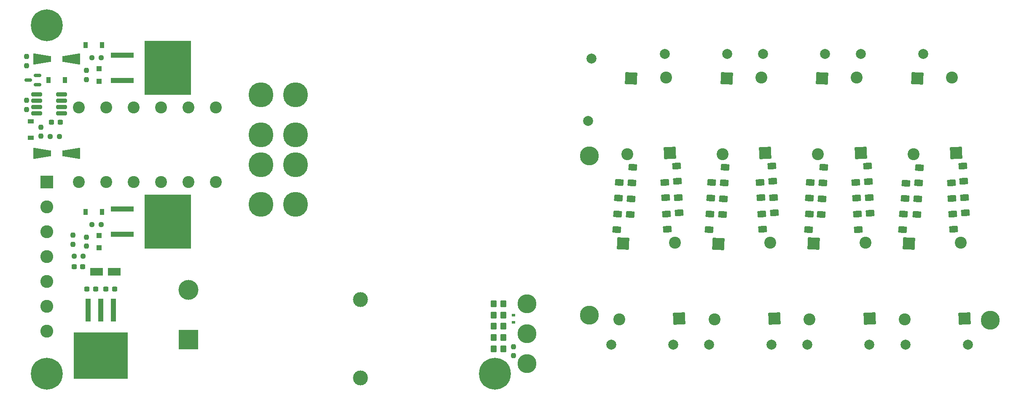
<source format=gts>
G04 #@! TF.GenerationSoftware,KiCad,Pcbnew,6.0.2+dfsg-1*
G04 #@! TF.CreationDate,2024-12-12T20:43:20+00:00*
G04 #@! TF.ProjectId,HV_PSU,48565f50-5355-42e6-9b69-6361645f7063,rev?*
G04 #@! TF.SameCoordinates,Original*
G04 #@! TF.FileFunction,Soldermask,Top*
G04 #@! TF.FilePolarity,Negative*
%FSLAX46Y46*%
G04 Gerber Fmt 4.6, Leading zero omitted, Abs format (unit mm)*
G04 Created by KiCad (PCBNEW 6.0.2+dfsg-1) date 2024-12-12 20:43:20*
%MOMM*%
%LPD*%
G01*
G04 APERTURE LIST*
G04 Aperture macros list*
%AMRoundRect*
0 Rectangle with rounded corners*
0 $1 Rounding radius*
0 $2 $3 $4 $5 $6 $7 $8 $9 X,Y pos of 4 corners*
0 Add a 4 corners polygon primitive as box body*
4,1,4,$2,$3,$4,$5,$6,$7,$8,$9,$2,$3,0*
0 Add four circle primitives for the rounded corners*
1,1,$1+$1,$2,$3*
1,1,$1+$1,$4,$5*
1,1,$1+$1,$6,$7*
1,1,$1+$1,$8,$9*
0 Add four rect primitives between the rounded corners*
20,1,$1+$1,$2,$3,$4,$5,0*
20,1,$1+$1,$4,$5,$6,$7,0*
20,1,$1+$1,$6,$7,$8,$9,0*
20,1,$1+$1,$8,$9,$2,$3,0*%
%AMHorizOval*
0 Thick line with rounded ends*
0 $1 width*
0 $2 $3 position (X,Y) of the first rounded end (center of the circle)*
0 $4 $5 position (X,Y) of the second rounded end (center of the circle)*
0 Add line between two ends*
20,1,$1,$2,$3,$4,$5,0*
0 Add two circle primitives to create the rounded ends*
1,1,$1,$2,$3*
1,1,$1,$4,$5*%
%AMRotRect*
0 Rectangle, with rotation*
0 The origin of the aperture is its center*
0 $1 length*
0 $2 width*
0 $3 Rotation angle, in degrees counterclockwise*
0 Add horizontal line*
21,1,$1,$2,0,0,$3*%
%AMOutline4P*
0 Free polygon, 4 corners , with rotation*
0 The origin of the aperture is its center*
0 number of corners: always 4*
0 $1 to $8 corner X, Y*
0 $9 Rotation angle, in degrees counterclockwise*
0 create outline with 4 corners*
4,1,4,$1,$2,$3,$4,$5,$6,$7,$8,$1,$2,$9*%
G04 Aperture macros list end*
%ADD10RotRect,2.400000X2.400000X267.000000*%
%ADD11HorizOval,2.400000X0.000000X0.000000X0.000000X0.000000X0*%
%ADD12C,2.000000*%
%ADD13RoundRect,0.237500X0.300000X0.237500X-0.300000X0.237500X-0.300000X-0.237500X0.300000X-0.237500X0*%
%ADD14R,1.100000X4.600000*%
%ADD15R,10.800000X9.400000*%
%ADD16C,0.800000*%
%ADD17C,6.400000*%
%ADD18R,0.700000X0.600000*%
%ADD19Outline4P,-1.800000X-1.150000X1.800000X-0.550000X1.800000X0.550000X-1.800000X1.150000X180.000000*%
%ADD20Outline4P,-1.800000X-1.150000X1.800000X-0.550000X1.800000X0.550000X-1.800000X1.150000X0.000000*%
%ADD21R,4.600000X1.100000*%
%ADD22R,9.400000X10.800000*%
%ADD23C,5.000000*%
%ADD24C,2.400000*%
%ADD25RoundRect,0.250000X0.645078X-0.366742X0.603209X0.432162X-0.645078X0.366742X-0.603209X-0.432162X0*%
%ADD26C,3.800000*%
%ADD27RoundRect,0.250000X0.350000X0.450000X-0.350000X0.450000X-0.350000X-0.450000X0.350000X-0.450000X0*%
%ADD28RoundRect,0.250000X0.603209X-0.432162X0.645078X0.366742X-0.603209X0.432162X-0.645078X-0.366742X0*%
%ADD29R,0.900000X1.200000*%
%ADD30RoundRect,0.237500X0.250000X0.237500X-0.250000X0.237500X-0.250000X-0.237500X0.250000X-0.237500X0*%
%ADD31RoundRect,0.150000X0.587500X0.150000X-0.587500X0.150000X-0.587500X-0.150000X0.587500X-0.150000X0*%
%ADD32RoundRect,0.237500X-0.300000X-0.237500X0.300000X-0.237500X0.300000X0.237500X-0.300000X0.237500X0*%
%ADD33RoundRect,0.250000X-1.050000X-0.550000X1.050000X-0.550000X1.050000X0.550000X-1.050000X0.550000X0*%
%ADD34RotRect,2.400000X2.400000X93.000000*%
%ADD35HorizOval,2.400000X0.000000X0.000000X0.000000X0.000000X0*%
%ADD36RoundRect,0.237500X-0.237500X0.250000X-0.237500X-0.250000X0.237500X-0.250000X0.237500X0.250000X0*%
%ADD37RoundRect,0.237500X-0.250000X-0.237500X0.250000X-0.237500X0.250000X0.237500X-0.250000X0.237500X0*%
%ADD38R,4.000000X4.000000*%
%ADD39C,4.000000*%
%ADD40RoundRect,0.177000X-0.910000X-0.225000X0.910000X-0.225000X0.910000X0.225000X-0.910000X0.225000X0*%
%ADD41C,3.000000*%
%ADD42RoundRect,0.237500X0.237500X-0.250000X0.237500X0.250000X-0.237500X0.250000X-0.237500X-0.250000X0*%
%ADD43R,1.200000X0.900000*%
%ADD44R,1.000000X1.000000*%
%ADD45R,2.600000X2.600000*%
%ADD46C,2.600000*%
G04 APERTURE END LIST*
D10*
X234276243Y-127139968D03*
D11*
X233478643Y-142359082D03*
D12*
X204404466Y-89051376D03*
X216904466Y-89051376D03*
D13*
X87512500Y-131750000D03*
X85787500Y-131750000D03*
D14*
X93630000Y-140460000D03*
X91090000Y-140460000D03*
D15*
X91090000Y-149610000D03*
D14*
X88550000Y-140460000D03*
D16*
X77850000Y-153250000D03*
X82650000Y-153250000D03*
X78552944Y-151552944D03*
D17*
X80250000Y-153250000D03*
D16*
X80250000Y-155650000D03*
X80250000Y-150850000D03*
X81947056Y-151552944D03*
X78552944Y-154947056D03*
X81947056Y-154947056D03*
D18*
X174000000Y-141550000D03*
X174000000Y-142950000D03*
D19*
X85150000Y-109000000D03*
D20*
X79350000Y-109000000D03*
D21*
X95420000Y-120210000D03*
D22*
X104570000Y-122750000D03*
D21*
X95420000Y-125290000D03*
D23*
X130250000Y-97250000D03*
X123250000Y-97250000D03*
X130250000Y-105250000D03*
X123250000Y-105250000D03*
X123250000Y-111250000D03*
X130250000Y-111250000D03*
X123250000Y-119250000D03*
X130250000Y-119250000D03*
D24*
X92250000Y-99750000D03*
X92250000Y-114750000D03*
D25*
X226432884Y-120956408D03*
X226270642Y-117860656D03*
D26*
X176750000Y-145250000D03*
D27*
X172000000Y-148250000D03*
X170000000Y-148250000D03*
D12*
X243774466Y-89051376D03*
X256274466Y-89051376D03*
D13*
X93892500Y-136285000D03*
X92167500Y-136285000D03*
D28*
X216025788Y-121256563D03*
X216188030Y-118160811D03*
D27*
X172000000Y-141500000D03*
X170000000Y-141500000D03*
D29*
X88100000Y-87250000D03*
X91400000Y-87250000D03*
D30*
X91162500Y-89750000D03*
X89337500Y-89750000D03*
D28*
X197483420Y-121270630D03*
X197645662Y-118174878D03*
D25*
X226100551Y-114615111D03*
X225938309Y-111519359D03*
D27*
X172000000Y-146000000D03*
X170000000Y-146000000D03*
D16*
X168552944Y-154947056D03*
X167850000Y-153250000D03*
X171947056Y-151552944D03*
X168552944Y-151552944D03*
X170250000Y-155650000D03*
X172650000Y-153250000D03*
X170250000Y-150850000D03*
D17*
X170250000Y-153250000D03*
D16*
X171947056Y-154947056D03*
D26*
X176750000Y-151250000D03*
D31*
X78387500Y-95200000D03*
X78387500Y-93300000D03*
X76512500Y-94250000D03*
D25*
X224062532Y-124259990D03*
X223900290Y-121164238D03*
D32*
X81237500Y-102735000D03*
X82962500Y-102735000D03*
D28*
X252637333Y-118097197D03*
X252799575Y-115001445D03*
D25*
X204553236Y-117920117D03*
X204390994Y-114824365D03*
D33*
X90250000Y-132750000D03*
X93850000Y-132750000D03*
D26*
X189250000Y-109471376D03*
D34*
X224568065Y-108946546D03*
D35*
X223770465Y-93727432D03*
D12*
X232979466Y-147471376D03*
X245479466Y-147471376D03*
D34*
X245504570Y-142172571D03*
D35*
X244706970Y-126953457D03*
D34*
X207259356Y-142169723D03*
D35*
X206461756Y-126950609D03*
D36*
X85550000Y-125437500D03*
X85550000Y-127262500D03*
D37*
X89337500Y-123290000D03*
X91162500Y-123290000D03*
D12*
X193609466Y-147471376D03*
X206109466Y-147471376D03*
D38*
X108750000Y-146407832D03*
D39*
X108750000Y-136407832D03*
D10*
X235963316Y-93908720D03*
D11*
X235165716Y-109127834D03*
D24*
X103250000Y-99750000D03*
X103250000Y-114750000D03*
D10*
X215153096Y-127161983D03*
D11*
X214355496Y-142381097D03*
D37*
X80987500Y-105650000D03*
X82812500Y-105650000D03*
D28*
X216358121Y-114915265D03*
X216520363Y-111819513D03*
D25*
X262416458Y-124257142D03*
X262254216Y-121161390D03*
D28*
X235837420Y-121270630D03*
X235999662Y-118174878D03*
D34*
X262885756Y-108945596D03*
D35*
X262088156Y-93726482D03*
D40*
X78280000Y-97160000D03*
X78280000Y-98430000D03*
X78280000Y-99700000D03*
X78280000Y-100970000D03*
X83220000Y-100970000D03*
X83220000Y-99700000D03*
X83220000Y-98430000D03*
X83220000Y-97160000D03*
D34*
X205409221Y-108947021D03*
D35*
X204611621Y-93727907D03*
D34*
X226381963Y-142171147D03*
D35*
X225584363Y-126952033D03*
D21*
X95390000Y-89290000D03*
D22*
X104540000Y-91830000D03*
D21*
X95390000Y-94370000D03*
D12*
X213294466Y-147471376D03*
X225794466Y-147471376D03*
D28*
X197815753Y-114929333D03*
X197977995Y-111833581D03*
D36*
X79100000Y-103737500D03*
X79100000Y-105562500D03*
D25*
X245611208Y-120980948D03*
X245448966Y-117885196D03*
X264786810Y-120953560D03*
X264624568Y-117857808D03*
D24*
X114250000Y-99750000D03*
X114250000Y-114750000D03*
D41*
X143250000Y-154150000D03*
X143250000Y-138350000D03*
D28*
X194780734Y-124308346D03*
X194942976Y-121212594D03*
D36*
X88250000Y-92337500D03*
X88250000Y-94162500D03*
X76250000Y-98337500D03*
X76250000Y-100162500D03*
D28*
X213655436Y-117952981D03*
X213817678Y-114857229D03*
D10*
X253398800Y-127140443D03*
D11*
X252601200Y-142359557D03*
D30*
X87562500Y-129650000D03*
X85737500Y-129650000D03*
D28*
X233261560Y-124314992D03*
X233423802Y-121219240D03*
D34*
X243726909Y-108946071D03*
D35*
X242929309Y-93726957D03*
D10*
X255122110Y-93911094D03*
D11*
X254324510Y-109130208D03*
D27*
X172000000Y-139250000D03*
X170000000Y-139250000D03*
D42*
X76250000Y-91362500D03*
X76250000Y-89537500D03*
D25*
X245278875Y-114639651D03*
X245116633Y-111543899D03*
D28*
X236169753Y-114929333D03*
X236331995Y-111833581D03*
D34*
X264627183Y-142173995D03*
D35*
X263829583Y-126954881D03*
D28*
X252184821Y-124305022D03*
X252347063Y-121209270D03*
D25*
X206923588Y-114616535D03*
X206761346Y-111520783D03*
X204885569Y-124261415D03*
X204723327Y-121165663D03*
D12*
X224089466Y-89051376D03*
X236589466Y-89051376D03*
D36*
X174000000Y-147837500D03*
X174000000Y-149662500D03*
D25*
X264454477Y-114612262D03*
X264292235Y-111516510D03*
X207255922Y-120957832D03*
X207093680Y-117862080D03*
X262090771Y-118042670D03*
X261928529Y-114946918D03*
D12*
X188979466Y-102471376D03*
X189633665Y-89988507D03*
D10*
X197645554Y-93910619D03*
D11*
X196847954Y-109129733D03*
D26*
X269750000Y-142500000D03*
D27*
X172000000Y-143750000D03*
X170000000Y-143750000D03*
D43*
X77050000Y-102600000D03*
X77050000Y-105900000D03*
D12*
X252764466Y-147471376D03*
X265264466Y-147471376D03*
D25*
X243240856Y-124284530D03*
X243078614Y-121188778D03*
D26*
X189250000Y-141471376D03*
D28*
X255346666Y-114932656D03*
X255508908Y-111836904D03*
D25*
X242908522Y-117943233D03*
X242746280Y-114847481D03*
D42*
X88250000Y-127662500D03*
X88250000Y-125837500D03*
D26*
X176750000Y-139250000D03*
D10*
X216803933Y-93928836D03*
D11*
X216006333Y-109147950D03*
D28*
X233467067Y-117967048D03*
X233629309Y-114871296D03*
D32*
X88357500Y-136285000D03*
X90082500Y-136285000D03*
D29*
X80600000Y-94250000D03*
X83900000Y-94250000D03*
D44*
X90750000Y-125500000D03*
X90750000Y-128000000D03*
D28*
X213323102Y-124294278D03*
X213485344Y-121198526D03*
D19*
X85150000Y-90000000D03*
D20*
X79350000Y-90000000D03*
D28*
X195113067Y-117967048D03*
X195275309Y-114871296D03*
D10*
X196030954Y-127145665D03*
D11*
X195233354Y-142364779D03*
D44*
X90750000Y-92000000D03*
X90750000Y-94500000D03*
D29*
X88100000Y-120750000D03*
X91400000Y-120750000D03*
D16*
X81947056Y-81552944D03*
D17*
X80250000Y-83250000D03*
D16*
X81947056Y-84947056D03*
X78552944Y-81552944D03*
X80250000Y-85650000D03*
X80250000Y-80850000D03*
X77850000Y-83250000D03*
X82650000Y-83250000D03*
X78552944Y-84947056D03*
D45*
X80250000Y-114750000D03*
D46*
X80250000Y-119750000D03*
X80250000Y-124750000D03*
X80250000Y-129750000D03*
X80250000Y-134750000D03*
X80250000Y-139750000D03*
X80250000Y-144750000D03*
D25*
X223730199Y-117918693D03*
X223567957Y-114822941D03*
D28*
X255014332Y-121273953D03*
X255176574Y-118178201D03*
D24*
X108750000Y-99750000D03*
X108750000Y-114750000D03*
X86750000Y-99750000D03*
X86750000Y-114750000D03*
X97750000Y-99750000D03*
X97750000Y-114750000D03*
M02*

</source>
